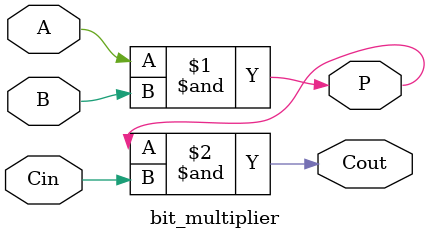
<source format=sv>
module bit_multiplier (
    input  logic A,
    input  logic B,
    input  logic Cin,   // Carry de entrada
    output logic P,     // Producto
    output logic Cout   // Carry de salida
);

    // Producto de 1 bit (AND)
    assign P = A & B;

    // Carry según Propuesta 1
    assign Cout = P & Cin;

endmodule
</source>
